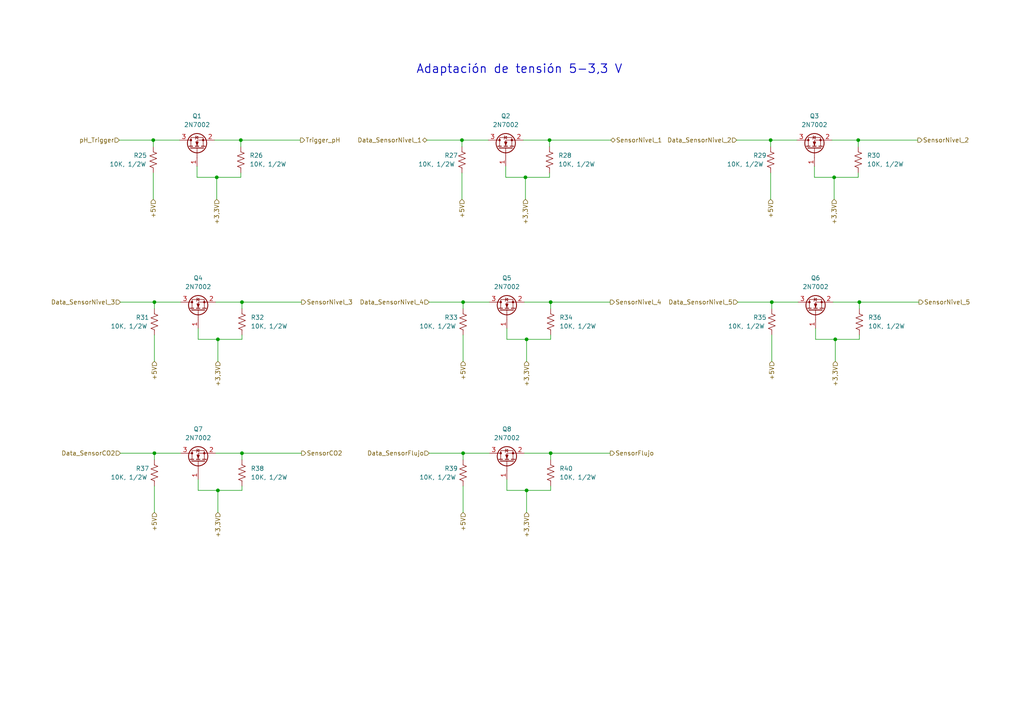
<source format=kicad_sch>
(kicad_sch (version 20211123) (generator eeschema)
  (paper "A4")
  (lib_symbols
    (symbol "Device:R_US" (pin_numbers hide) (pin_names (offset 0))
      (property "Reference" "R" (at 2.54 0 90))
      (property "Value" "R_US" (at -2.54 0 90))
      (symbol "R_US_0_1"
        (polyline (pts (xy 0 -2.286) (xy 0 -2.54)))
        (polyline (pts (xy 0 2.286) (xy 0 2.54)))
        (polyline (pts (xy 0 -0.762) (xy 1.016 -1.143) (xy 0 -1.524) (xy -1.016 -1.905) (xy 0 -2.286)))
        (polyline (pts (xy 0 0.762) (xy 1.016 0.381) (xy 0 0) (xy -1.016 -0.381) (xy 0 -0.762)))
        (polyline (pts (xy 0 2.286) (xy 1.016 1.905) (xy 0 1.524) (xy -1.016 1.143) (xy 0 0.762)))
      )
      (symbol "R_US_1_1"
        (pin passive line (at 0 3.81 270) (length 1.27) (name "~") (number "1"))
        (pin passive line (at 0 -3.81 90) (length 1.27) (name "~") (number "2"))
      )
    )
    (symbol "Transistor_FET:2N7002" (pin_names hide)
      (property "Reference" "Q" (at 5.08 1.905 0))
      (property "Value" "2N7002" (at 5.08 0 0))
      (symbol "2N7002_0_1"
        (polyline (pts (xy 0.254 0) (xy -2.54 0)))
        (polyline (pts (xy 0.254 1.905) (xy 0.254 -1.905)) (stroke (width 0.254)))
        (polyline (pts (xy 0.762 -1.27) (xy 0.762 -2.286)) (stroke (width 0.254)))
        (polyline (pts (xy 0.762 0.508) (xy 0.762 -0.508)) (stroke (width 0.254)))
        (polyline (pts (xy 0.762 2.286) (xy 0.762 1.27)) (stroke (width 0.254)))
        (polyline (pts (xy 2.54 2.54) (xy 2.54 1.778)))
        (polyline (pts (xy 2.54 -2.54) (xy 2.54 0) (xy 0.762 0)))
        (polyline (pts (xy 0.762 -1.778) (xy 3.302 -1.778) (xy 3.302 1.778) (xy 0.762 1.778)))
        (polyline (pts (xy 1.016 0) (xy 2.032 0.381) (xy 2.032 -0.381) (xy 1.016 0)) (fill (type outline)))
        (polyline (pts (xy 2.794 0.508) (xy 2.921 0.381) (xy 3.683 0.381) (xy 3.81 0.254)))
        (polyline (pts (xy 3.302 0.381) (xy 2.921 -0.254) (xy 3.683 -0.254) (xy 3.302 0.381)))
        (circle (center 1.651 0) (radius 2.794) (stroke (width 0.254)))
        (circle (center 2.54 -1.778) (radius 0.254) (fill (type outline)))
        (circle (center 2.54 1.778) (radius 0.254) (fill (type outline)))
      )
      (symbol "2N7002_1_1"
        (pin input line (at -5.08 0 0) (length 2.54) (name "G") (number "1"))
        (pin passive line (at 2.54 -5.08 90) (length 2.54) (name "S") (number "2"))
        (pin passive line (at 2.54 5.08 270) (length 2.54) (name "D") (number "3"))
      )
    )
  )
  (junction (at 44.7802 131.445))
  (junction (at 159.7152 131.445))
  (junction (at 44.7802 87.63))
  (junction (at 63.1952 142.24))
  (junction (at 134.3152 87.63))
  (junction (at 152.4 51.435))
  (junction (at 159.385 40.64))
  (junction (at 242.2652 98.425))
  (junction (at 134.3152 131.445))
  (junction (at 63.1952 98.425))
  (junction (at 70.1802 131.445))
  (junction (at 70.1802 87.63))
  (junction (at 248.92 40.64))
  (junction (at 69.85 40.64))
  (junction (at 249.2502 87.63))
  (junction (at 152.7302 98.425))
  (junction (at 223.52 40.64))
  (junction (at 152.7302 142.24))
  (junction (at 133.985 40.64))
  (junction (at 44.45 40.64))
  (junction (at 223.8502 87.63))
  (junction (at 241.935 51.435))
  (junction (at 62.865 51.435))
  (junction (at 159.7152 87.63))
  (wire (pts (xy 248.92 51.435) (xy 248.92 50.165)))
  (wire (pts (xy 44.7802 140.97) (xy 44.7802 148.59)))
  (wire (pts (xy 57.15 51.435) (xy 62.865 51.435)))
  (wire (pts (xy 141.9352 87.63) (xy 134.3152 87.63)))
  (wire (pts (xy 213.995 87.63) (xy 223.8502 87.63)))
  (wire (pts (xy 236.22 48.26) (xy 236.22 51.435)))
  (wire (pts (xy 123.825 40.64) (xy 133.985 40.64)))
  (wire (pts (xy 249.2502 89.535) (xy 249.2502 87.63)))
  (wire (pts (xy 231.4702 87.63) (xy 223.8502 87.63)))
  (wire (pts (xy 57.4802 139.065) (xy 57.4802 142.24)))
  (wire (pts (xy 152.0952 87.63) (xy 159.7152 87.63)))
  (wire (pts (xy 62.5602 87.63) (xy 70.1802 87.63)))
  (wire (pts (xy 69.85 51.435) (xy 69.85 50.165)))
  (wire (pts (xy 62.865 51.435) (xy 62.865 57.785)))
  (wire (pts (xy 70.1802 87.63) (xy 87.4522 87.63)))
  (wire (pts (xy 63.1952 142.24) (xy 63.1952 148.59)))
  (wire (pts (xy 62.23 40.64) (xy 69.85 40.64)))
  (wire (pts (xy 52.4002 131.445) (xy 44.7802 131.445)))
  (wire (pts (xy 34.5948 40.64) (xy 44.45 40.64)))
  (wire (pts (xy 147.0152 139.065) (xy 147.0152 142.24)))
  (wire (pts (xy 57.4802 98.425) (xy 63.1952 98.425)))
  (wire (pts (xy 44.7802 97.155) (xy 44.7802 104.775)))
  (wire (pts (xy 152.4 51.435) (xy 152.4 57.785)))
  (wire (pts (xy 159.7152 133.35) (xy 159.7152 131.445)))
  (wire (pts (xy 134.3152 131.445) (xy 134.3152 133.35)))
  (wire (pts (xy 44.7802 87.63) (xy 44.7802 89.535)))
  (wire (pts (xy 223.52 40.64) (xy 223.52 42.545)))
  (wire (pts (xy 242.2652 98.425) (xy 249.2502 98.425)))
  (wire (pts (xy 151.765 40.64) (xy 159.385 40.64)))
  (wire (pts (xy 70.1802 98.425) (xy 70.1802 97.155)))
  (wire (pts (xy 147.0152 142.24) (xy 152.7302 142.24)))
  (wire (pts (xy 44.45 40.64) (xy 44.45 42.545)))
  (wire (pts (xy 70.1802 131.445) (xy 87.4522 131.445)))
  (wire (pts (xy 249.2502 87.63) (xy 266.5222 87.63)))
  (wire (pts (xy 146.685 48.26) (xy 146.685 51.435)))
  (wire (pts (xy 242.2652 98.425) (xy 242.2652 104.775)))
  (wire (pts (xy 241.3 40.64) (xy 248.92 40.64)))
  (wire (pts (xy 248.92 40.64) (xy 266.192 40.64)))
  (wire (pts (xy 213.6648 40.64) (xy 223.52 40.64)))
  (wire (pts (xy 231.14 40.64) (xy 223.52 40.64)))
  (wire (pts (xy 63.1952 142.24) (xy 70.1802 142.24)))
  (wire (pts (xy 159.7152 98.425) (xy 159.7152 97.155)))
  (wire (pts (xy 147.0152 95.25) (xy 147.0152 98.425)))
  (wire (pts (xy 159.385 51.435) (xy 159.385 50.165)))
  (wire (pts (xy 124.46 131.445) (xy 134.3152 131.445)))
  (wire (pts (xy 57.4802 142.24) (xy 63.1952 142.24)))
  (wire (pts (xy 52.4002 87.63) (xy 44.7802 87.63)))
  (wire (pts (xy 34.925 131.445) (xy 44.7802 131.445)))
  (wire (pts (xy 159.7152 89.535) (xy 159.7152 87.63)))
  (wire (pts (xy 236.22 51.435) (xy 241.935 51.435)))
  (wire (pts (xy 152.4 51.435) (xy 159.385 51.435)))
  (wire (pts (xy 70.1802 133.35) (xy 70.1802 131.445)))
  (wire (pts (xy 133.985 50.165) (xy 133.985 57.785)))
  (wire (pts (xy 141.605 40.64) (xy 133.985 40.64)))
  (wire (pts (xy 34.925 87.63) (xy 44.7802 87.63)))
  (wire (pts (xy 147.0152 98.425) (xy 152.7302 98.425)))
  (wire (pts (xy 63.1952 98.425) (xy 63.1952 104.775)))
  (wire (pts (xy 141.9352 131.445) (xy 134.3152 131.445)))
  (wire (pts (xy 241.935 51.435) (xy 241.935 57.785)))
  (wire (pts (xy 134.3152 140.97) (xy 134.3152 148.59)))
  (wire (pts (xy 223.8502 87.63) (xy 223.8502 89.535)))
  (wire (pts (xy 62.5602 131.445) (xy 70.1802 131.445)))
  (wire (pts (xy 236.5502 95.25) (xy 236.5502 98.425)))
  (wire (pts (xy 62.865 51.435) (xy 69.85 51.435)))
  (wire (pts (xy 52.07 40.64) (xy 44.45 40.64)))
  (wire (pts (xy 223.52 50.165) (xy 223.52 57.785)))
  (wire (pts (xy 69.85 42.545) (xy 69.85 40.64)))
  (wire (pts (xy 159.385 42.545) (xy 159.385 40.64)))
  (wire (pts (xy 152.7302 142.24) (xy 159.7152 142.24)))
  (wire (pts (xy 241.935 51.435) (xy 248.92 51.435)))
  (wire (pts (xy 70.1802 89.535) (xy 70.1802 87.63)))
  (wire (pts (xy 44.45 50.165) (xy 44.45 57.785)))
  (wire (pts (xy 70.1802 142.24) (xy 70.1802 140.97)))
  (wire (pts (xy 124.46 87.63) (xy 134.3152 87.63)))
  (wire (pts (xy 44.7802 131.445) (xy 44.7802 133.35)))
  (wire (pts (xy 159.385 40.64) (xy 177.165 40.64)))
  (wire (pts (xy 248.92 42.545) (xy 248.92 40.64)))
  (wire (pts (xy 159.7152 87.63) (xy 176.9872 87.63)))
  (wire (pts (xy 63.1952 98.425) (xy 70.1802 98.425)))
  (wire (pts (xy 152.7302 98.425) (xy 152.7302 104.775)))
  (wire (pts (xy 133.985 40.64) (xy 133.985 42.545)))
  (wire (pts (xy 159.7152 142.24) (xy 159.7152 140.97)))
  (wire (pts (xy 146.685 51.435) (xy 152.4 51.435)))
  (wire (pts (xy 69.85 40.64) (xy 87.122 40.64)))
  (wire (pts (xy 223.8502 97.155) (xy 223.8502 104.775)))
  (wire (pts (xy 152.7302 142.24) (xy 152.7302 148.59)))
  (wire (pts (xy 57.15 48.26) (xy 57.15 51.435)))
  (wire (pts (xy 152.7302 98.425) (xy 159.7152 98.425)))
  (wire (pts (xy 159.7152 131.445) (xy 176.9872 131.445)))
  (wire (pts (xy 236.5502 98.425) (xy 242.2652 98.425)))
  (wire (pts (xy 241.6302 87.63) (xy 249.2502 87.63)))
  (wire (pts (xy 249.2502 98.425) (xy 249.2502 97.155)))
  (wire (pts (xy 57.4802 95.25) (xy 57.4802 98.425)))
  (wire (pts (xy 134.3152 97.155) (xy 134.3152 104.775)))
  (wire (pts (xy 134.3152 87.63) (xy 134.3152 89.535)))
  (wire (pts (xy 152.0952 131.445) (xy 159.7152 131.445)))
  (text "Adaptación de tensión 5-3,3 V" (at 120.65 21.59 0) (effects (font (size 2.5 2.5) (thickness 0.254) bold) (justify left bottom)))
  (hierarchical_label "Data_SensorNivel_2" (shape input) (at 213.6648 40.64 180))
  (hierarchical_label "Trigger_pH" (shape output) (at 87.122 40.64 0))
  (hierarchical_label "SensorNivel_1" (shape bidirectional) (at 177.165 40.64 0))
  (hierarchical_label "+5V" (shape input) (at 134.3152 104.775 270))
  (hierarchical_label "SensorNivel_2" (shape output) (at 266.192 40.64 0))
  (hierarchical_label "+3,3V" (shape input) (at 242.2652 104.775 270))
  (hierarchical_label "+5V" (shape input) (at 223.52 57.785 270))
  (hierarchical_label "SensorNivel_5" (shape output) (at 266.5222 87.63 0))
  (hierarchical_label "Data_SensorNivel_4" (shape input) (at 124.46 87.63 180))
  (hierarchical_label "SensorCO2" (shape output) (at 87.4522 131.445 0))
  (hierarchical_label "+5V" (shape input) (at 44.7802 104.775 270))
  (hierarchical_label "+3,3V" (shape input) (at 63.1952 104.775 270))
  (hierarchical_label "Data_SensorNivel_1" (shape bidirectional) (at 123.825 40.64 180))
  (hierarchical_label "pH_Trigger" (shape input) (at 34.5948 40.64 180))
  (hierarchical_label "+3,3V" (shape input) (at 152.7302 104.775 270))
  (hierarchical_label "+5V" (shape input) (at 223.8502 104.775 270))
  (hierarchical_label "SensorNivel_3" (shape output) (at 87.4522 87.63 0))
  (hierarchical_label "SensorFlujo" (shape output) (at 176.9872 131.445 0))
  (hierarchical_label "SensorNivel_4" (shape output) (at 176.9872 87.63 0))
  (hierarchical_label "+5V" (shape input) (at 134.3152 148.59 270))
  (hierarchical_label "Data_SensorNivel_3" (shape input) (at 34.925 87.63 180))
  (hierarchical_label "Data_SensorFlujo" (shape input) (at 124.46 131.445 180))
  (hierarchical_label "+3,3V" (shape input) (at 63.1952 148.59 270))
  (hierarchical_label "+3,3V" (shape input) (at 241.935 57.785 270))
  (hierarchical_label "+5V" (shape input) (at 44.45 57.785 270))
  (hierarchical_label "Data_SensorNivel_5" (shape input) (at 213.995 87.63 180))
  (hierarchical_label "+5V" (shape input) (at 133.985 57.785 270))
  (hierarchical_label "+3,3V" (shape input) (at 62.865 57.785 270))
  (hierarchical_label "+3,3V" (shape input) (at 152.7302 148.59 270))
  (hierarchical_label "Data_SensorCO2" (shape input) (at 34.925 131.445 180))
  (hierarchical_label "+3,3V" (shape input) (at 152.4 57.785 270))
  (hierarchical_label "+5V" (shape input) (at 44.7802 148.59 270))
  (symbol (lib_id "Device:R_US") (at 223.52 46.355 0) (unit 1)
    (property "Reference" "R29" (at 218.44 45.085 0) (effects (justify left)))
    (property "Value" "10K, 1/2W" (at 210.82 47.625 0) (effects (justify left)))
    (property "Footprint" "Resistor_SMD:R_0805_2012Metric" (effects hide))
  )
  (symbol (lib_id "Device:R_US") (at 248.92 46.355 0) (unit 1)
    (property "Reference" "R30" (at 251.46 45.0849 0) (effects (justify left)))
    (property "Value" "10K, 1/2W" (at 251.46 47.6249 0) (effects (justify left)))
    (property "Footprint" "Resistor_SMD:R_0805_2012Metric" (effects hide))
  )
  (symbol (lib_id "Transistor_FET:2N7002") (at 236.22 43.18 90) (unit 1)
    (property "Reference" "Q3" (at 236.22 33.655 90))
    (property "Value" "2N7002" (at 236.22 36.195 90))
    (property "Footprint" "Package_TO_SOT_SMD:SOT-23" (effects hide))
    (property "Datasheet" "https://www.onsemi.com/pub/Collateral/NDS7002A-D.PDF" (effects hide))
  )
  (symbol (lib_id "Device:R_US") (at 70.1802 137.16 0) (unit 1)
    (property "Reference" "R38" (at 72.7202 135.8899 0) (effects (justify left)))
    (property "Value" "10K, 1/2W" (at 72.7202 138.4299 0) (effects (justify left)))
    (property "Footprint" "Resistor_SMD:R_0805_2012Metric" (effects hide))
  )
  (symbol (lib_id "Device:R_US") (at 70.1802 93.345 0) (unit 1)
    (property "Reference" "R32" (at 72.7202 92.0749 0) (effects (justify left)))
    (property "Value" "10K, 1/2W" (at 72.7202 94.6149 0) (effects (justify left)))
    (property "Footprint" "Resistor_SMD:R_0805_2012Metric" (effects hide))
  )
  (symbol (lib_id "Device:R_US") (at 159.7152 93.345 0) (unit 1)
    (property "Reference" "R34" (at 162.2552 92.0749 0) (effects (justify left)))
    (property "Value" "10K, 1/2W" (at 162.2552 94.6149 0) (effects (justify left)))
    (property "Footprint" "Resistor_SMD:R_0805_2012Metric" (effects hide))
  )
  (symbol (lib_id "Device:R_US") (at 44.45 46.355 0) (unit 1)
    (property "Reference" "R25" (at 38.735 45.085 0) (effects (justify left)))
    (property "Value" "10K, 1/2W" (at 31.75 47.625 0) (effects (justify left)))
    (property "Footprint" "Resistor_SMD:R_0805_2012Metric" (effects hide))
  )
  (symbol (lib_id "Transistor_FET:2N7002") (at 57.15 43.18 90) (unit 1)
    (property "Reference" "Q1" (at 57.15 33.655 90))
    (property "Value" "2N7002" (at 57.15 36.195 90))
    (property "Footprint" "Package_TO_SOT_SMD:SOT-23" (effects hide))
    (property "Datasheet" "https://www.onsemi.com/pub/Collateral/NDS7002A-D.PDF" (effects hide))
  )
  (symbol (lib_id "Transistor_FET:2N7002") (at 57.4802 90.17 90) (unit 1)
    (property "Reference" "Q4" (at 57.4802 80.645 90))
    (property "Value" "2N7002" (at 57.4802 83.185 90))
    (property "Footprint" "Package_TO_SOT_SMD:SOT-23" (effects hide))
    (property "Datasheet" "https://www.onsemi.com/pub/Collateral/NDS7002A-D.PDF" (effects hide))
  )
  (symbol (lib_id "Device:R_US") (at 159.7152 137.16 0) (unit 1)
    (property "Reference" "R40" (at 162.2552 135.8899 0) (effects (justify left)))
    (property "Value" "10K, 1/2W" (at 162.2552 138.4299 0) (effects (justify left)))
    (property "Footprint" "Resistor_SMD:R_0805_2012Metric" (effects hide))
  )
  (symbol (lib_id "Transistor_FET:2N7002") (at 236.5502 90.17 90) (unit 1)
    (property "Reference" "Q6" (at 236.5502 80.645 90))
    (property "Value" "2N7002" (at 236.5502 83.185 90))
    (property "Footprint" "Package_TO_SOT_SMD:SOT-23" (effects hide))
    (property "Datasheet" "https://www.onsemi.com/pub/Collateral/NDS7002A-D.PDF" (effects hide))
  )
  (symbol (lib_id "Device:R_US") (at 249.2502 93.345 0) (unit 1)
    (property "Reference" "R36" (at 251.7902 92.0749 0) (effects (justify left)))
    (property "Value" "10K, 1/2W" (at 251.7902 94.6149 0) (effects (justify left)))
    (property "Footprint" "Resistor_SMD:R_0805_2012Metric" (effects hide))
  )
  (symbol (lib_id "Device:R_US") (at 159.385 46.355 0) (unit 1)
    (property "Reference" "R28" (at 161.925 45.0849 0) (effects (justify left)))
    (property "Value" "10K, 1/2W" (at 161.925 47.6249 0) (effects (justify left)))
    (property "Footprint" "Resistor_SMD:R_0805_2012Metric" (effects hide))
  )
  (symbol (lib_id "Transistor_FET:2N7002") (at 147.0152 90.17 90) (unit 1)
    (property "Reference" "Q5" (at 147.0152 80.645 90))
    (property "Value" "2N7002" (at 147.0152 83.185 90))
    (property "Footprint" "Package_TO_SOT_SMD:SOT-23" (effects hide))
    (property "Datasheet" "https://www.onsemi.com/pub/Collateral/NDS7002A-D.PDF" (effects hide))
  )
  (symbol (lib_id "Device:R_US") (at 134.3152 93.345 0) (unit 1)
    (property "Reference" "R33" (at 128.905 92.075 0) (effects (justify left)))
    (property "Value" "10K, 1/2W" (at 121.6152 94.615 0) (effects (justify left)))
    (property "Footprint" "Resistor_SMD:R_0805_2012Metric" (effects hide))
  )
  (symbol (lib_id "Device:R_US") (at 133.985 46.355 0) (unit 1)
    (property "Reference" "R27" (at 128.905 45.085 0) (effects (justify left)))
    (property "Value" "10K, 1/2W" (at 121.285 47.625 0) (effects (justify left)))
    (property "Footprint" "Resistor_SMD:R_0805_2012Metric" (effects hide))
  )
  (symbol (lib_id "Device:R_US") (at 44.7802 93.345 0) (unit 1)
    (property "Reference" "R31" (at 39.37 92.075 0) (effects (justify left)))
    (property "Value" "10K, 1/2W" (at 32.0802 94.615 0) (effects (justify left)))
    (property "Footprint" "Resistor_SMD:R_0805_2012Metric" (effects hide))
  )
  (symbol (lib_id "Device:R_US") (at 69.85 46.355 0) (unit 1)
    (property "Reference" "R26" (at 72.39 45.0849 0) (effects (justify left)))
    (property "Value" "10K, 1/2W" (at 72.39 47.6249 0) (effects (justify left)))
    (property "Footprint" "Resistor_SMD:R_0805_2012Metric" (effects hide))
  )
  (symbol (lib_id "Device:R_US") (at 44.7802 137.16 0) (unit 1)
    (property "Reference" "R37" (at 39.37 135.89 0) (effects (justify left)))
    (property "Value" "10K, 1/2W" (at 32.0802 138.43 0) (effects (justify left)))
    (property "Footprint" "Resistor_SMD:R_0805_2012Metric" (effects hide))
  )
  (symbol (lib_id "Transistor_FET:2N7002") (at 57.4802 133.985 90) (unit 1)
    (property "Reference" "Q7" (at 57.4802 124.46 90))
    (property "Value" "2N7002" (at 57.4802 127 90))
    (property "Footprint" "Package_TO_SOT_SMD:SOT-23" (effects hide))
    (property "Datasheet" "https://www.onsemi.com/pub/Collateral/NDS7002A-D.PDF" (effects hide))
  )
  (symbol (lib_id "Device:R_US") (at 134.3152 137.16 0) (unit 1)
    (property "Reference" "R39" (at 128.905 135.89 0) (effects (justify left)))
    (property "Value" "10K, 1/2W" (at 121.6152 138.43 0) (effects (justify left)))
    (property "Footprint" "Resistor_SMD:R_0805_2012Metric" (effects hide))
  )
  (symbol (lib_id "Transistor_FET:2N7002") (at 146.685 43.18 90) (unit 1)
    (property "Reference" "Q2" (at 146.685 33.655 90))
    (property "Value" "2N7002" (at 146.685 36.195 90))
    (property "Footprint" "Package_TO_SOT_SMD:SOT-23" (effects hide))
    (property "Datasheet" "https://www.onsemi.com/pub/Collateral/NDS7002A-D.PDF" (effects hide))
  )
  (symbol (lib_id "Transistor_FET:2N7002") (at 147.0152 133.985 90) (unit 1)
    (property "Reference" "Q8" (at 147.0152 124.46 90))
    (property "Value" "2N7002" (at 147.0152 127 90))
    (property "Footprint" "Package_TO_SOT_SMD:SOT-23" (effects hide))
    (property "Datasheet" "https://www.onsemi.com/pub/Collateral/NDS7002A-D.PDF" (effects hide))
  )
  (symbol (lib_id "Device:R_US") (at 223.8502 93.345 0) (unit 1)
    (property "Reference" "R35" (at 218.44 92.075 0) (effects (justify left)))
    (property "Value" "10K, 1/2W" (at 211.1502 94.615 0) (effects (justify left)))
    (property "Footprint" "Resistor_SMD:R_0805_2012Metric" (effects hide))
  )
)
</source>
